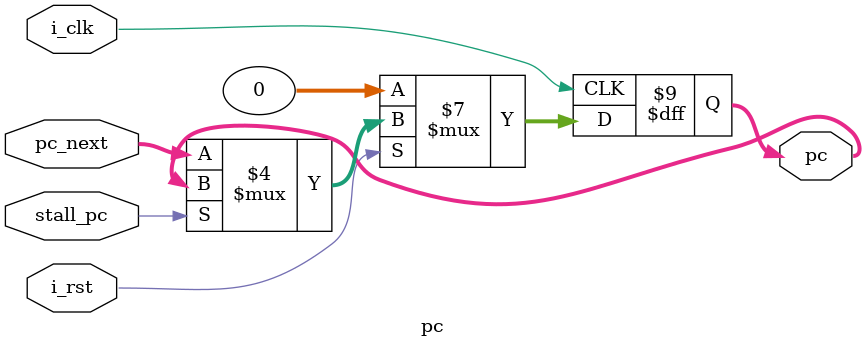
<source format=sv>
module pc(
    input 	logic  i_clk, i_rst, stall_pc,
    input 	logic [31:0] pc_next,
    output 	logic [31:0] pc
);

    always @(posedge i_clk)
    begin
		if (!i_rst) begin
        // Nếu tín hiệu reset không hoạt động (active low), đặt pc_addr về 0
			pc <= 32'b0;
			end
        else if (stall_pc) begin
            pc <= pc;
        end 
        else begin  
        // Nếu không reset, cập nhật pc_addr với giá trị nxt_pc
			pc <= pc_next;
		end
    end
endmodule : pc


</source>
